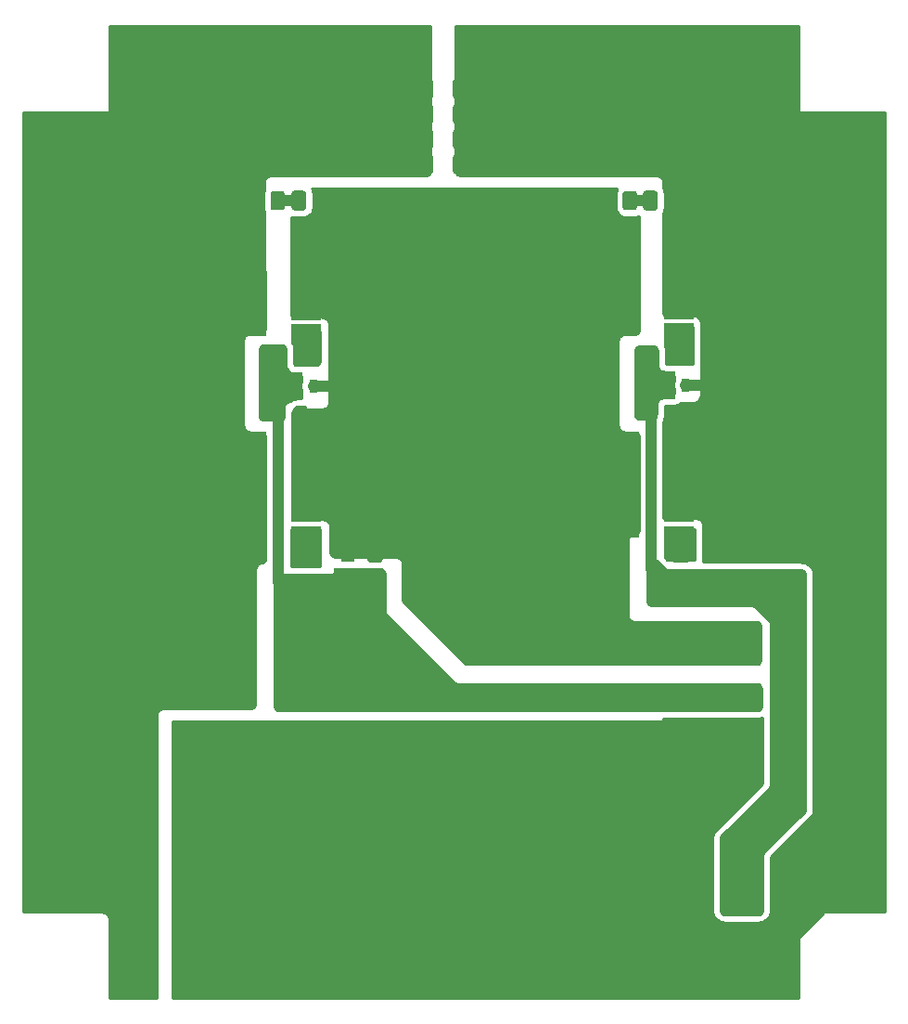
<source format=gtl>
G04 #@! TF.GenerationSoftware,KiCad,Pcbnew,(5.1.6)-1*
G04 #@! TF.CreationDate,2021-04-15T23:42:56+02:00*
G04 #@! TF.ProjectId,ThreePhaseInverter,54687265-6550-4686-9173-65496e766572,rev?*
G04 #@! TF.SameCoordinates,Original*
G04 #@! TF.FileFunction,Copper,L1,Top*
G04 #@! TF.FilePolarity,Positive*
%FSLAX46Y46*%
G04 Gerber Fmt 4.6, Leading zero omitted, Abs format (unit mm)*
G04 Created by KiCad (PCBNEW (5.1.6)-1) date 2021-04-15 23:42:56*
%MOMM*%
%LPD*%
G01*
G04 APERTURE LIST*
G04 #@! TA.AperFunction,SMDPad,CuDef*
%ADD10C,0.150000*%
G04 #@! TD*
G04 #@! TA.AperFunction,SMDPad,CuDef*
%ADD11R,2.800000X0.900000*%
G04 #@! TD*
G04 #@! TA.AperFunction,SMDPad,CuDef*
%ADD12R,1.270000X2.290000*%
G04 #@! TD*
G04 #@! TA.AperFunction,SMDPad,CuDef*
%ADD13R,1.270000X0.762000*%
G04 #@! TD*
G04 #@! TA.AperFunction,SMDPad,CuDef*
%ADD14R,2.540000X2.670000*%
G04 #@! TD*
G04 #@! TA.AperFunction,SMDPad,CuDef*
%ADD15R,0.762000X1.270000*%
G04 #@! TD*
G04 #@! TA.AperFunction,SMDPad,CuDef*
%ADD16R,2.670000X2.540000*%
G04 #@! TD*
G04 #@! TA.AperFunction,ConnectorPad*
%ADD17C,10.000000*%
G04 #@! TD*
G04 #@! TA.AperFunction,Conductor*
%ADD18C,1.000000*%
G04 #@! TD*
G04 #@! TA.AperFunction,Conductor*
%ADD19C,0.500000*%
G04 #@! TD*
G04 #@! TA.AperFunction,Conductor*
%ADD20C,0.254000*%
G04 #@! TD*
G04 APERTURE END LIST*
G04 #@! TA.AperFunction,SMDPad,CuDef*
D10*
G36*
X64875000Y-79050000D02*
G01*
X66425000Y-79050000D01*
X66425000Y-79750000D01*
X69175000Y-79750000D01*
X69175000Y-79250000D01*
X72875000Y-79250000D01*
X72875000Y-88950000D01*
X69175000Y-88950000D01*
X69175000Y-88450000D01*
X66425000Y-88450000D01*
X66425000Y-89150000D01*
X64875000Y-89150000D01*
X64875000Y-79050000D01*
G37*
G04 #@! TD.AperFunction*
D11*
X76500000Y-79900000D03*
X76500000Y-81100000D03*
X76500000Y-82300000D03*
X76500000Y-83500000D03*
X76500000Y-84700000D03*
X76500000Y-85900000D03*
X76500000Y-87100000D03*
X76500000Y-88300000D03*
G04 #@! TA.AperFunction,SMDPad,CuDef*
D10*
G36*
X64875000Y-97450000D02*
G01*
X66425000Y-97450000D01*
X66425000Y-98150000D01*
X69175000Y-98150000D01*
X69175000Y-97650000D01*
X72875000Y-97650000D01*
X72875000Y-107350000D01*
X69175000Y-107350000D01*
X69175000Y-106850000D01*
X66425000Y-106850000D01*
X66425000Y-107550000D01*
X64875000Y-107550000D01*
X64875000Y-97450000D01*
G37*
G04 #@! TD.AperFunction*
D11*
X76500000Y-98300000D03*
X76500000Y-99500000D03*
X76500000Y-100700000D03*
X76500000Y-101900000D03*
X76500000Y-103100000D03*
X76500000Y-104300000D03*
X76500000Y-105500000D03*
X76500000Y-106700000D03*
G04 #@! TA.AperFunction,SMDPad,CuDef*
D10*
G36*
X98875000Y-78950000D02*
G01*
X100425000Y-78950000D01*
X100425000Y-79650000D01*
X103175000Y-79650000D01*
X103175000Y-79150000D01*
X106875000Y-79150000D01*
X106875000Y-88850000D01*
X103175000Y-88850000D01*
X103175000Y-88350000D01*
X100425000Y-88350000D01*
X100425000Y-89050000D01*
X98875000Y-89050000D01*
X98875000Y-78950000D01*
G37*
G04 #@! TD.AperFunction*
D11*
X110500000Y-79800000D03*
X110500000Y-81000000D03*
X110500000Y-82200000D03*
X110500000Y-83400000D03*
X110500000Y-84600000D03*
X110500000Y-85800000D03*
X110500000Y-87000000D03*
X110500000Y-88200000D03*
G04 #@! TA.AperFunction,SMDPad,CuDef*
D10*
G36*
X98875000Y-97450000D02*
G01*
X100425000Y-97450000D01*
X100425000Y-98150000D01*
X103175000Y-98150000D01*
X103175000Y-97650000D01*
X106875000Y-97650000D01*
X106875000Y-107350000D01*
X103175000Y-107350000D01*
X103175000Y-106850000D01*
X100425000Y-106850000D01*
X100425000Y-107550000D01*
X98875000Y-107550000D01*
X98875000Y-97450000D01*
G37*
G04 #@! TD.AperFunction*
D11*
X110500000Y-98300000D03*
X110500000Y-99500000D03*
X110500000Y-100700000D03*
X110500000Y-101900000D03*
X110500000Y-103100000D03*
X110500000Y-104300000D03*
X110500000Y-105500000D03*
X110500000Y-106700000D03*
D12*
X117590000Y-145495000D03*
X115050000Y-145495000D03*
X117590000Y-140445000D03*
X115050000Y-140445000D03*
X114690000Y-116855000D03*
X117230000Y-116855000D03*
X114690000Y-121905000D03*
X117230000Y-121905000D03*
X64890000Y-135445000D03*
X62350000Y-135445000D03*
X64890000Y-130395000D03*
X62350000Y-130395000D03*
D13*
X113900000Y-109249000D03*
D14*
X113900000Y-111600000D03*
D15*
X111151000Y-93400000D03*
D16*
X108800000Y-93400000D03*
D13*
X80300000Y-109149000D03*
D14*
X80300000Y-111500000D03*
D15*
X77151000Y-93500000D03*
D16*
X74800000Y-93500000D03*
D17*
X57400000Y-96000000D03*
X57500000Y-75000000D03*
X88000000Y-87400000D03*
X88000000Y-99500000D03*
X120000000Y-75000000D03*
X120000000Y-96000000D03*
G04 #@! TA.AperFunction,SMDPad,CuDef*
G36*
G01*
X111325000Y-109600000D02*
X110075000Y-109600000D01*
G75*
G02*
X109825000Y-109350000I0J250000D01*
G01*
X109825000Y-108550000D01*
G75*
G02*
X110075000Y-108300000I250000J0D01*
G01*
X111325000Y-108300000D01*
G75*
G02*
X111575000Y-108550000I0J-250000D01*
G01*
X111575000Y-109350000D01*
G75*
G02*
X111325000Y-109600000I-250000J0D01*
G01*
G37*
G04 #@! TD.AperFunction*
G04 #@! TA.AperFunction,SMDPad,CuDef*
G36*
G01*
X111325000Y-112700000D02*
X110075000Y-112700000D01*
G75*
G02*
X109825000Y-112450000I0J250000D01*
G01*
X109825000Y-111650000D01*
G75*
G02*
X110075000Y-111400000I250000J0D01*
G01*
X111325000Y-111400000D01*
G75*
G02*
X111575000Y-111650000I0J-250000D01*
G01*
X111575000Y-112450000D01*
G75*
G02*
X111325000Y-112700000I-250000J0D01*
G01*
G37*
G04 #@! TD.AperFunction*
G04 #@! TA.AperFunction,SMDPad,CuDef*
G36*
G01*
X110450000Y-91325000D02*
X110450000Y-90075000D01*
G75*
G02*
X110700000Y-89825000I250000J0D01*
G01*
X111500000Y-89825000D01*
G75*
G02*
X111750000Y-90075000I0J-250000D01*
G01*
X111750000Y-91325000D01*
G75*
G02*
X111500000Y-91575000I-250000J0D01*
G01*
X110700000Y-91575000D01*
G75*
G02*
X110450000Y-91325000I0J250000D01*
G01*
G37*
G04 #@! TD.AperFunction*
G04 #@! TA.AperFunction,SMDPad,CuDef*
G36*
G01*
X107350000Y-91325000D02*
X107350000Y-90075000D01*
G75*
G02*
X107600000Y-89825000I250000J0D01*
G01*
X108400000Y-89825000D01*
G75*
G02*
X108650000Y-90075000I0J-250000D01*
G01*
X108650000Y-91325000D01*
G75*
G02*
X108400000Y-91575000I-250000J0D01*
G01*
X107600000Y-91575000D01*
G75*
G02*
X107350000Y-91325000I0J250000D01*
G01*
G37*
G04 #@! TD.AperFunction*
G04 #@! TA.AperFunction,SMDPad,CuDef*
G36*
G01*
X77125000Y-109700000D02*
X75875000Y-109700000D01*
G75*
G02*
X75625000Y-109450000I0J250000D01*
G01*
X75625000Y-108650000D01*
G75*
G02*
X75875000Y-108400000I250000J0D01*
G01*
X77125000Y-108400000D01*
G75*
G02*
X77375000Y-108650000I0J-250000D01*
G01*
X77375000Y-109450000D01*
G75*
G02*
X77125000Y-109700000I-250000J0D01*
G01*
G37*
G04 #@! TD.AperFunction*
G04 #@! TA.AperFunction,SMDPad,CuDef*
G36*
G01*
X77125000Y-112800000D02*
X75875000Y-112800000D01*
G75*
G02*
X75625000Y-112550000I0J250000D01*
G01*
X75625000Y-111750000D01*
G75*
G02*
X75875000Y-111500000I250000J0D01*
G01*
X77125000Y-111500000D01*
G75*
G02*
X77375000Y-111750000I0J-250000D01*
G01*
X77375000Y-112550000D01*
G75*
G02*
X77125000Y-112800000I-250000J0D01*
G01*
G37*
G04 #@! TD.AperFunction*
G04 #@! TA.AperFunction,SMDPad,CuDef*
G36*
G01*
X76400000Y-91425000D02*
X76400000Y-90175000D01*
G75*
G02*
X76650000Y-89925000I250000J0D01*
G01*
X77450000Y-89925000D01*
G75*
G02*
X77700000Y-90175000I0J-250000D01*
G01*
X77700000Y-91425000D01*
G75*
G02*
X77450000Y-91675000I-250000J0D01*
G01*
X76650000Y-91675000D01*
G75*
G02*
X76400000Y-91425000I0J250000D01*
G01*
G37*
G04 #@! TD.AperFunction*
G04 #@! TA.AperFunction,SMDPad,CuDef*
G36*
G01*
X73300000Y-91425000D02*
X73300000Y-90175000D01*
G75*
G02*
X73550000Y-89925000I250000J0D01*
G01*
X74350000Y-89925000D01*
G75*
G02*
X74600000Y-90175000I0J-250000D01*
G01*
X74600000Y-91425000D01*
G75*
G02*
X74350000Y-91675000I-250000J0D01*
G01*
X73550000Y-91675000D01*
G75*
G02*
X73300000Y-91425000I0J250000D01*
G01*
G37*
G04 #@! TD.AperFunction*
G04 #@! TA.AperFunction,SMDPad,CuDef*
G36*
G01*
X116950001Y-109600000D02*
X116049999Y-109600000D01*
G75*
G02*
X115800000Y-109350001I0J249999D01*
G01*
X115800000Y-108649999D01*
G75*
G02*
X116049999Y-108400000I249999J0D01*
G01*
X116950001Y-108400000D01*
G75*
G02*
X117200000Y-108649999I0J-249999D01*
G01*
X117200000Y-109350001D01*
G75*
G02*
X116950001Y-109600000I-249999J0D01*
G01*
G37*
G04 #@! TD.AperFunction*
G04 #@! TA.AperFunction,SMDPad,CuDef*
G36*
G01*
X116950001Y-111600000D02*
X116049999Y-111600000D01*
G75*
G02*
X115800000Y-111350001I0J249999D01*
G01*
X115800000Y-110649999D01*
G75*
G02*
X116049999Y-110400000I249999J0D01*
G01*
X116950001Y-110400000D01*
G75*
G02*
X117200000Y-110649999I0J-249999D01*
G01*
X117200000Y-111350001D01*
G75*
G02*
X116950001Y-111600000I-249999J0D01*
G01*
G37*
G04 #@! TD.AperFunction*
G04 #@! TA.AperFunction,SMDPad,CuDef*
G36*
G01*
X109400000Y-96350001D02*
X109400000Y-95449999D01*
G75*
G02*
X109649999Y-95200000I249999J0D01*
G01*
X110350001Y-95200000D01*
G75*
G02*
X110600000Y-95449999I0J-249999D01*
G01*
X110600000Y-96350001D01*
G75*
G02*
X110350001Y-96600000I-249999J0D01*
G01*
X109649999Y-96600000D01*
G75*
G02*
X109400000Y-96350001I0J249999D01*
G01*
G37*
G04 #@! TD.AperFunction*
G04 #@! TA.AperFunction,SMDPad,CuDef*
G36*
G01*
X107400000Y-96350001D02*
X107400000Y-95449999D01*
G75*
G02*
X107649999Y-95200000I249999J0D01*
G01*
X108350001Y-95200000D01*
G75*
G02*
X108600000Y-95449999I0J-249999D01*
G01*
X108600000Y-96350001D01*
G75*
G02*
X108350001Y-96600000I-249999J0D01*
G01*
X107649999Y-96600000D01*
G75*
G02*
X107400000Y-96350001I0J249999D01*
G01*
G37*
G04 #@! TD.AperFunction*
G04 #@! TA.AperFunction,SMDPad,CuDef*
G36*
G01*
X83250001Y-109600000D02*
X82349999Y-109600000D01*
G75*
G02*
X82100000Y-109350001I0J249999D01*
G01*
X82100000Y-108649999D01*
G75*
G02*
X82349999Y-108400000I249999J0D01*
G01*
X83250001Y-108400000D01*
G75*
G02*
X83500000Y-108649999I0J-249999D01*
G01*
X83500000Y-109350001D01*
G75*
G02*
X83250001Y-109600000I-249999J0D01*
G01*
G37*
G04 #@! TD.AperFunction*
G04 #@! TA.AperFunction,SMDPad,CuDef*
G36*
G01*
X83250001Y-111600000D02*
X82349999Y-111600000D01*
G75*
G02*
X82100000Y-111350001I0J249999D01*
G01*
X82100000Y-110649999D01*
G75*
G02*
X82349999Y-110400000I249999J0D01*
G01*
X83250001Y-110400000D01*
G75*
G02*
X83500000Y-110649999I0J-249999D01*
G01*
X83500000Y-111350001D01*
G75*
G02*
X83250001Y-111600000I-249999J0D01*
G01*
G37*
G04 #@! TD.AperFunction*
G04 #@! TA.AperFunction,SMDPad,CuDef*
G36*
G01*
X75400000Y-96450001D02*
X75400000Y-95549999D01*
G75*
G02*
X75649999Y-95300000I249999J0D01*
G01*
X76350001Y-95300000D01*
G75*
G02*
X76600000Y-95549999I0J-249999D01*
G01*
X76600000Y-96450001D01*
G75*
G02*
X76350001Y-96700000I-249999J0D01*
G01*
X75649999Y-96700000D01*
G75*
G02*
X75400000Y-96450001I0J249999D01*
G01*
G37*
G04 #@! TD.AperFunction*
G04 #@! TA.AperFunction,SMDPad,CuDef*
G36*
G01*
X73400000Y-96450001D02*
X73400000Y-95549999D01*
G75*
G02*
X73649999Y-95300000I249999J0D01*
G01*
X74350001Y-95300000D01*
G75*
G02*
X74600000Y-95549999I0J-249999D01*
G01*
X74600000Y-96450001D01*
G75*
G02*
X74350001Y-96700000I-249999J0D01*
G01*
X73649999Y-96700000D01*
G75*
G02*
X73400000Y-96450001I0J249999D01*
G01*
G37*
G04 #@! TD.AperFunction*
G04 #@! TA.AperFunction,SMDPad,CuDef*
G36*
G01*
X70150000Y-77225000D02*
X70150000Y-75975000D01*
G75*
G02*
X70400000Y-75725000I250000J0D01*
G01*
X71200000Y-75725000D01*
G75*
G02*
X71450000Y-75975000I0J-250000D01*
G01*
X71450000Y-77225000D01*
G75*
G02*
X71200000Y-77475000I-250000J0D01*
G01*
X70400000Y-77475000D01*
G75*
G02*
X70150000Y-77225000I0J250000D01*
G01*
G37*
G04 #@! TD.AperFunction*
G04 #@! TA.AperFunction,SMDPad,CuDef*
G36*
G01*
X73250000Y-77225000D02*
X73250000Y-75975000D01*
G75*
G02*
X73500000Y-75725000I250000J0D01*
G01*
X74300000Y-75725000D01*
G75*
G02*
X74550000Y-75975000I0J-250000D01*
G01*
X74550000Y-77225000D01*
G75*
G02*
X74300000Y-77475000I-250000J0D01*
G01*
X73500000Y-77475000D01*
G75*
G02*
X73250000Y-77225000I0J250000D01*
G01*
G37*
G04 #@! TD.AperFunction*
G04 #@! TA.AperFunction,SMDPad,CuDef*
G36*
G01*
X75175000Y-77250001D02*
X75175000Y-75949999D01*
G75*
G02*
X75424999Y-75700000I249999J0D01*
G01*
X76250001Y-75700000D01*
G75*
G02*
X76500000Y-75949999I0J-249999D01*
G01*
X76500000Y-77250001D01*
G75*
G02*
X76250001Y-77500000I-249999J0D01*
G01*
X75424999Y-77500000D01*
G75*
G02*
X75175000Y-77250001I0J249999D01*
G01*
G37*
G04 #@! TD.AperFunction*
G04 #@! TA.AperFunction,SMDPad,CuDef*
G36*
G01*
X78300000Y-77250001D02*
X78300000Y-75949999D01*
G75*
G02*
X78549999Y-75700000I249999J0D01*
G01*
X79375001Y-75700000D01*
G75*
G02*
X79625000Y-75949999I0J-249999D01*
G01*
X79625000Y-77250001D01*
G75*
G02*
X79375001Y-77500000I-249999J0D01*
G01*
X78549999Y-77500000D01*
G75*
G02*
X78300000Y-77250001I0J249999D01*
G01*
G37*
G04 #@! TD.AperFunction*
G04 #@! TA.AperFunction,SMDPad,CuDef*
G36*
G01*
X110400000Y-77250001D02*
X110400000Y-75949999D01*
G75*
G02*
X110649999Y-75700000I249999J0D01*
G01*
X111475001Y-75700000D01*
G75*
G02*
X111725000Y-75949999I0J-249999D01*
G01*
X111725000Y-77250001D01*
G75*
G02*
X111475001Y-77500000I-249999J0D01*
G01*
X110649999Y-77500000D01*
G75*
G02*
X110400000Y-77250001I0J249999D01*
G01*
G37*
G04 #@! TD.AperFunction*
G04 #@! TA.AperFunction,SMDPad,CuDef*
G36*
G01*
X107275000Y-77250001D02*
X107275000Y-75949999D01*
G75*
G02*
X107524999Y-75700000I249999J0D01*
G01*
X108350001Y-75700000D01*
G75*
G02*
X108600000Y-75949999I0J-249999D01*
G01*
X108600000Y-77250001D01*
G75*
G02*
X108350001Y-77500000I-249999J0D01*
G01*
X107524999Y-77500000D01*
G75*
G02*
X107275000Y-77250001I0J249999D01*
G01*
G37*
G04 #@! TD.AperFunction*
G04 #@! TA.AperFunction,SMDPad,CuDef*
G36*
G01*
X89900000Y-67050001D02*
X89900000Y-65749999D01*
G75*
G02*
X90149999Y-65500000I249999J0D01*
G01*
X90975001Y-65500000D01*
G75*
G02*
X91225000Y-65749999I0J-249999D01*
G01*
X91225000Y-67050001D01*
G75*
G02*
X90975001Y-67300000I-249999J0D01*
G01*
X90149999Y-67300000D01*
G75*
G02*
X89900000Y-67050001I0J249999D01*
G01*
G37*
G04 #@! TD.AperFunction*
G04 #@! TA.AperFunction,SMDPad,CuDef*
G36*
G01*
X86775000Y-67050001D02*
X86775000Y-65749999D01*
G75*
G02*
X87024999Y-65500000I249999J0D01*
G01*
X87850001Y-65500000D01*
G75*
G02*
X88100000Y-65749999I0J-249999D01*
G01*
X88100000Y-67050001D01*
G75*
G02*
X87850001Y-67300000I-249999J0D01*
G01*
X87024999Y-67300000D01*
G75*
G02*
X86775000Y-67050001I0J249999D01*
G01*
G37*
G04 #@! TD.AperFunction*
G04 #@! TA.AperFunction,SMDPad,CuDef*
G36*
G01*
X86775000Y-69350001D02*
X86775000Y-68049999D01*
G75*
G02*
X87024999Y-67800000I249999J0D01*
G01*
X87850001Y-67800000D01*
G75*
G02*
X88100000Y-68049999I0J-249999D01*
G01*
X88100000Y-69350001D01*
G75*
G02*
X87850001Y-69600000I-249999J0D01*
G01*
X87024999Y-69600000D01*
G75*
G02*
X86775000Y-69350001I0J249999D01*
G01*
G37*
G04 #@! TD.AperFunction*
G04 #@! TA.AperFunction,SMDPad,CuDef*
G36*
G01*
X89900000Y-69350001D02*
X89900000Y-68049999D01*
G75*
G02*
X90149999Y-67800000I249999J0D01*
G01*
X90975001Y-67800000D01*
G75*
G02*
X91225000Y-68049999I0J-249999D01*
G01*
X91225000Y-69350001D01*
G75*
G02*
X90975001Y-69600000I-249999J0D01*
G01*
X90149999Y-69600000D01*
G75*
G02*
X89900000Y-69350001I0J249999D01*
G01*
G37*
G04 #@! TD.AperFunction*
G04 #@! TA.AperFunction,SMDPad,CuDef*
G36*
G01*
X89900000Y-71650001D02*
X89900000Y-70349999D01*
G75*
G02*
X90149999Y-70100000I249999J0D01*
G01*
X90975001Y-70100000D01*
G75*
G02*
X91225000Y-70349999I0J-249999D01*
G01*
X91225000Y-71650001D01*
G75*
G02*
X90975001Y-71900000I-249999J0D01*
G01*
X90149999Y-71900000D01*
G75*
G02*
X89900000Y-71650001I0J249999D01*
G01*
G37*
G04 #@! TD.AperFunction*
G04 #@! TA.AperFunction,SMDPad,CuDef*
G36*
G01*
X86775000Y-71650001D02*
X86775000Y-70349999D01*
G75*
G02*
X87024999Y-70100000I249999J0D01*
G01*
X87850001Y-70100000D01*
G75*
G02*
X88100000Y-70349999I0J-249999D01*
G01*
X88100000Y-71650001D01*
G75*
G02*
X87850001Y-71900000I-249999J0D01*
G01*
X87024999Y-71900000D01*
G75*
G02*
X86775000Y-71650001I0J249999D01*
G01*
G37*
G04 #@! TD.AperFunction*
G04 #@! TA.AperFunction,SMDPad,CuDef*
G36*
G01*
X86775000Y-73950001D02*
X86775000Y-72649999D01*
G75*
G02*
X87024999Y-72400000I249999J0D01*
G01*
X87850001Y-72400000D01*
G75*
G02*
X88100000Y-72649999I0J-249999D01*
G01*
X88100000Y-73950001D01*
G75*
G02*
X87850001Y-74200000I-249999J0D01*
G01*
X87024999Y-74200000D01*
G75*
G02*
X86775000Y-73950001I0J249999D01*
G01*
G37*
G04 #@! TD.AperFunction*
G04 #@! TA.AperFunction,SMDPad,CuDef*
G36*
G01*
X89900000Y-73950001D02*
X89900000Y-72649999D01*
G75*
G02*
X90149999Y-72400000I249999J0D01*
G01*
X90975001Y-72400000D01*
G75*
G02*
X91225000Y-72649999I0J-249999D01*
G01*
X91225000Y-73950001D01*
G75*
G02*
X90975001Y-74200000I-249999J0D01*
G01*
X90149999Y-74200000D01*
G75*
G02*
X89900000Y-73950001I0J249999D01*
G01*
G37*
G04 #@! TD.AperFunction*
G04 #@! TA.AperFunction,SMDPad,CuDef*
G36*
G01*
X105400000Y-77225000D02*
X105400000Y-75975000D01*
G75*
G02*
X105650000Y-75725000I250000J0D01*
G01*
X106450000Y-75725000D01*
G75*
G02*
X106700000Y-75975000I0J-250000D01*
G01*
X106700000Y-77225000D01*
G75*
G02*
X106450000Y-77475000I-250000J0D01*
G01*
X105650000Y-77475000D01*
G75*
G02*
X105400000Y-77225000I0J250000D01*
G01*
G37*
G04 #@! TD.AperFunction*
G04 #@! TA.AperFunction,SMDPad,CuDef*
G36*
G01*
X102300000Y-77225000D02*
X102300000Y-75975000D01*
G75*
G02*
X102550000Y-75725000I250000J0D01*
G01*
X103350000Y-75725000D01*
G75*
G02*
X103600000Y-75975000I0J-250000D01*
G01*
X103600000Y-77225000D01*
G75*
G02*
X103350000Y-77475000I-250000J0D01*
G01*
X102550000Y-77475000D01*
G75*
G02*
X102300000Y-77225000I0J250000D01*
G01*
G37*
G04 #@! TD.AperFunction*
D18*
X73900000Y-76600000D02*
X75837500Y-76600000D01*
X77151000Y-93500000D02*
X79100000Y-93500000D01*
X82800000Y-109000000D02*
X82800000Y-108600000D01*
D19*
X80300000Y-109149000D02*
X80300000Y-108200000D01*
D18*
X111151000Y-93400000D02*
X112800000Y-93400000D01*
X116500000Y-109000000D02*
X116500000Y-108000000D01*
X106050000Y-76600000D02*
X107937500Y-76600000D01*
X117230000Y-121905000D02*
X114690000Y-121905000D01*
X90005000Y-121905000D02*
X81400000Y-113300000D01*
X114690000Y-121905000D02*
X90005000Y-121905000D01*
X81400000Y-113300000D02*
X77200000Y-113300000D01*
X75900000Y-113300000D02*
X77200000Y-113300000D01*
X73950000Y-90800000D02*
X73950000Y-111350000D01*
X73950000Y-111350000D02*
X75900000Y-113300000D01*
X110400000Y-112600000D02*
X108000000Y-110200000D01*
X117590000Y-134110000D02*
X119500000Y-132200000D01*
X108000000Y-94900000D02*
X108000000Y-90700000D01*
X117590000Y-140445000D02*
X117590000Y-134110000D01*
X119500000Y-132200000D02*
X119500000Y-114800000D01*
X117300000Y-112600000D02*
X110400000Y-112600000D01*
X108000000Y-110200000D02*
X108000000Y-94900000D01*
X119500000Y-114800000D02*
X117300000Y-112600000D01*
X115050000Y-140445000D02*
X117590000Y-140445000D01*
D20*
G36*
X87873000Y-73883679D02*
G01*
X87858960Y-73990325D01*
X87821007Y-74081951D01*
X87760632Y-74160632D01*
X87681951Y-74221007D01*
X87590325Y-74258960D01*
X87483679Y-74273000D01*
X73311540Y-74273000D01*
X73294890Y-74274096D01*
X73162842Y-74291558D01*
X73130688Y-74300214D01*
X73007718Y-74351400D01*
X72978918Y-74368117D01*
X72873481Y-74449508D01*
X72850017Y-74473135D01*
X72769360Y-74579135D01*
X72752844Y-74608050D01*
X72702513Y-74731373D01*
X72694081Y-74763587D01*
X72677536Y-74895753D01*
X72676555Y-74912410D01*
X72681548Y-75631371D01*
X72679528Y-75635150D01*
X72628992Y-75801746D01*
X72611928Y-75975000D01*
X72611928Y-77225000D01*
X72628992Y-77398254D01*
X72679528Y-77564850D01*
X72695178Y-77594129D01*
X72769393Y-88280997D01*
X72755973Y-88388198D01*
X72718334Y-88480422D01*
X72658016Y-88559693D01*
X72579169Y-88620558D01*
X72487210Y-88658835D01*
X72380098Y-88673000D01*
X71408000Y-88673000D01*
X71391423Y-88674087D01*
X71259943Y-88691397D01*
X71227920Y-88699977D01*
X71105400Y-88750726D01*
X71076687Y-88767303D01*
X70971477Y-88848034D01*
X70948034Y-88871477D01*
X70867303Y-88976687D01*
X70850726Y-89005400D01*
X70799977Y-89127920D01*
X70791397Y-89159943D01*
X70774087Y-89291423D01*
X70773000Y-89308000D01*
X70773000Y-97092000D01*
X70774087Y-97108577D01*
X70791397Y-97240057D01*
X70799977Y-97272080D01*
X70850726Y-97394600D01*
X70867303Y-97423313D01*
X70948034Y-97528523D01*
X70971477Y-97551966D01*
X71076687Y-97632697D01*
X71105400Y-97649274D01*
X71227920Y-97700023D01*
X71259943Y-97708603D01*
X71391423Y-97725913D01*
X71408000Y-97727000D01*
X72383679Y-97727000D01*
X72490325Y-97741040D01*
X72581951Y-97778993D01*
X72660632Y-97839368D01*
X72721007Y-97918049D01*
X72758960Y-98009675D01*
X72773000Y-98116321D01*
X72773000Y-109290007D01*
X72755686Y-109399324D01*
X72710033Y-109488922D01*
X72638922Y-109560033D01*
X72549324Y-109605686D01*
X72291074Y-109646589D01*
X72266985Y-109652875D01*
X72253286Y-109658867D01*
X72127841Y-109722784D01*
X72106872Y-109736207D01*
X72095694Y-109746139D01*
X71996139Y-109845694D01*
X71980345Y-109864940D01*
X71972784Y-109877841D01*
X71908867Y-110003286D01*
X71899793Y-110026469D01*
X71896589Y-110041074D01*
X71874564Y-110180132D01*
X71873000Y-110200000D01*
X71873000Y-122483679D01*
X71858960Y-122590325D01*
X71821007Y-122681951D01*
X71760632Y-122760632D01*
X71681951Y-122821007D01*
X71590325Y-122858960D01*
X71483679Y-122873000D01*
X63508000Y-122873000D01*
X63491423Y-122874087D01*
X63359943Y-122891397D01*
X63327920Y-122899977D01*
X63205400Y-122950726D01*
X63176687Y-122967303D01*
X63071477Y-123048034D01*
X63048034Y-123071477D01*
X62967303Y-123176687D01*
X62950726Y-123205400D01*
X62899977Y-123327920D01*
X62891397Y-123359943D01*
X62874087Y-123491423D01*
X62873000Y-123508000D01*
X62873000Y-149340000D01*
X58527000Y-149340000D01*
X58527000Y-142108000D01*
X58525913Y-142091423D01*
X58508603Y-141959943D01*
X58500023Y-141927920D01*
X58449274Y-141805400D01*
X58432697Y-141776687D01*
X58351966Y-141671477D01*
X58328523Y-141648034D01*
X58223313Y-141567303D01*
X58194600Y-141550726D01*
X58072080Y-141499977D01*
X58040057Y-141491397D01*
X57908577Y-141474087D01*
X57892000Y-141473000D01*
X50660000Y-141473000D01*
X50660000Y-68527000D01*
X58400000Y-68527000D01*
X58424776Y-68524560D01*
X58448601Y-68517333D01*
X58470557Y-68505597D01*
X58489803Y-68489803D01*
X58505597Y-68470557D01*
X58517333Y-68448601D01*
X58524560Y-68424776D01*
X58527000Y-68400000D01*
X58527000Y-60660000D01*
X87873000Y-60660000D01*
X87873000Y-73883679D01*
G37*
X87873000Y-73883679D02*
X87858960Y-73990325D01*
X87821007Y-74081951D01*
X87760632Y-74160632D01*
X87681951Y-74221007D01*
X87590325Y-74258960D01*
X87483679Y-74273000D01*
X73311540Y-74273000D01*
X73294890Y-74274096D01*
X73162842Y-74291558D01*
X73130688Y-74300214D01*
X73007718Y-74351400D01*
X72978918Y-74368117D01*
X72873481Y-74449508D01*
X72850017Y-74473135D01*
X72769360Y-74579135D01*
X72752844Y-74608050D01*
X72702513Y-74731373D01*
X72694081Y-74763587D01*
X72677536Y-74895753D01*
X72676555Y-74912410D01*
X72681548Y-75631371D01*
X72679528Y-75635150D01*
X72628992Y-75801746D01*
X72611928Y-75975000D01*
X72611928Y-77225000D01*
X72628992Y-77398254D01*
X72679528Y-77564850D01*
X72695178Y-77594129D01*
X72769393Y-88280997D01*
X72755973Y-88388198D01*
X72718334Y-88480422D01*
X72658016Y-88559693D01*
X72579169Y-88620558D01*
X72487210Y-88658835D01*
X72380098Y-88673000D01*
X71408000Y-88673000D01*
X71391423Y-88674087D01*
X71259943Y-88691397D01*
X71227920Y-88699977D01*
X71105400Y-88750726D01*
X71076687Y-88767303D01*
X70971477Y-88848034D01*
X70948034Y-88871477D01*
X70867303Y-88976687D01*
X70850726Y-89005400D01*
X70799977Y-89127920D01*
X70791397Y-89159943D01*
X70774087Y-89291423D01*
X70773000Y-89308000D01*
X70773000Y-97092000D01*
X70774087Y-97108577D01*
X70791397Y-97240057D01*
X70799977Y-97272080D01*
X70850726Y-97394600D01*
X70867303Y-97423313D01*
X70948034Y-97528523D01*
X70971477Y-97551966D01*
X71076687Y-97632697D01*
X71105400Y-97649274D01*
X71227920Y-97700023D01*
X71259943Y-97708603D01*
X71391423Y-97725913D01*
X71408000Y-97727000D01*
X72383679Y-97727000D01*
X72490325Y-97741040D01*
X72581951Y-97778993D01*
X72660632Y-97839368D01*
X72721007Y-97918049D01*
X72758960Y-98009675D01*
X72773000Y-98116321D01*
X72773000Y-109290007D01*
X72755686Y-109399324D01*
X72710033Y-109488922D01*
X72638922Y-109560033D01*
X72549324Y-109605686D01*
X72291074Y-109646589D01*
X72266985Y-109652875D01*
X72253286Y-109658867D01*
X72127841Y-109722784D01*
X72106872Y-109736207D01*
X72095694Y-109746139D01*
X71996139Y-109845694D01*
X71980345Y-109864940D01*
X71972784Y-109877841D01*
X71908867Y-110003286D01*
X71899793Y-110026469D01*
X71896589Y-110041074D01*
X71874564Y-110180132D01*
X71873000Y-110200000D01*
X71873000Y-122483679D01*
X71858960Y-122590325D01*
X71821007Y-122681951D01*
X71760632Y-122760632D01*
X71681951Y-122821007D01*
X71590325Y-122858960D01*
X71483679Y-122873000D01*
X63508000Y-122873000D01*
X63491423Y-122874087D01*
X63359943Y-122891397D01*
X63327920Y-122899977D01*
X63205400Y-122950726D01*
X63176687Y-122967303D01*
X63071477Y-123048034D01*
X63048034Y-123071477D01*
X62967303Y-123176687D01*
X62950726Y-123205400D01*
X62899977Y-123327920D01*
X62891397Y-123359943D01*
X62874087Y-123491423D01*
X62873000Y-123508000D01*
X62873000Y-149340000D01*
X58527000Y-149340000D01*
X58527000Y-142108000D01*
X58525913Y-142091423D01*
X58508603Y-141959943D01*
X58500023Y-141927920D01*
X58449274Y-141805400D01*
X58432697Y-141776687D01*
X58351966Y-141671477D01*
X58328523Y-141648034D01*
X58223313Y-141567303D01*
X58194600Y-141550726D01*
X58072080Y-141499977D01*
X58040057Y-141491397D01*
X57908577Y-141474087D01*
X57892000Y-141473000D01*
X50660000Y-141473000D01*
X50660000Y-68527000D01*
X58400000Y-68527000D01*
X58424776Y-68524560D01*
X58448601Y-68517333D01*
X58470557Y-68505597D01*
X58489803Y-68489803D01*
X58505597Y-68470557D01*
X58517333Y-68448601D01*
X58524560Y-68424776D01*
X58527000Y-68400000D01*
X58527000Y-60660000D01*
X87873000Y-60660000D01*
X87873000Y-73883679D01*
G36*
X111973000Y-109373000D02*
G01*
X109471026Y-109373000D01*
X109227000Y-109128974D01*
X109227000Y-106588072D01*
X111900000Y-106588072D01*
X111973000Y-106580882D01*
X111973000Y-109373000D01*
G37*
X111973000Y-109373000D02*
X109471026Y-109373000D01*
X109227000Y-109128974D01*
X109227000Y-106588072D01*
X111900000Y-106588072D01*
X111973000Y-106580882D01*
X111973000Y-109373000D01*
G36*
X111773000Y-91473000D02*
G01*
X109794384Y-91473000D01*
X109774886Y-91470433D01*
X109692000Y-91465000D01*
X109335000Y-91465000D01*
X109335000Y-90308000D01*
X109329567Y-90225114D01*
X109312257Y-90093634D01*
X109276917Y-89961745D01*
X109271008Y-89901746D01*
X109227000Y-89756670D01*
X109227000Y-88088072D01*
X111773000Y-88088072D01*
X111773000Y-91473000D01*
G37*
X111773000Y-91473000D02*
X109794384Y-91473000D01*
X109774886Y-91470433D01*
X109692000Y-91465000D01*
X109335000Y-91465000D01*
X109335000Y-90308000D01*
X109329567Y-90225114D01*
X109312257Y-90093634D01*
X109276917Y-89961745D01*
X109271008Y-89901746D01*
X109227000Y-89756670D01*
X109227000Y-88088072D01*
X111773000Y-88088072D01*
X111773000Y-91473000D01*
G36*
X121473000Y-68400000D02*
G01*
X121475440Y-68424776D01*
X121482667Y-68448601D01*
X121494403Y-68470557D01*
X121510197Y-68489803D01*
X121529443Y-68505597D01*
X121551399Y-68517333D01*
X121575224Y-68524560D01*
X121600000Y-68527000D01*
X129340000Y-68527000D01*
X129340001Y-141473000D01*
X123800000Y-141473000D01*
X123775224Y-141475440D01*
X123751399Y-141482667D01*
X123729443Y-141494403D01*
X123710197Y-141510197D01*
X121510197Y-143710197D01*
X121494403Y-143729443D01*
X121482667Y-143751399D01*
X121475440Y-143775224D01*
X121473000Y-143800000D01*
X121473000Y-149340000D01*
X109127000Y-149340000D01*
X109127000Y-123835000D01*
X117692000Y-123835000D01*
X117774886Y-123829567D01*
X117906366Y-123812257D01*
X118066482Y-123769354D01*
X118165000Y-123728547D01*
X118165000Y-129736974D01*
X113899777Y-134002197D01*
X113845012Y-134064645D01*
X113764281Y-134169855D01*
X113681395Y-134313418D01*
X113630646Y-134435938D01*
X113587743Y-134596054D01*
X113570433Y-134727534D01*
X113565000Y-134810420D01*
X113565000Y-141292000D01*
X113570433Y-141374886D01*
X113587743Y-141506366D01*
X113630646Y-141666482D01*
X113681395Y-141789002D01*
X113764281Y-141932565D01*
X113845012Y-142037775D01*
X113962225Y-142154988D01*
X114067435Y-142235719D01*
X114210998Y-142318605D01*
X114333518Y-142369354D01*
X114493634Y-142412257D01*
X114625114Y-142429567D01*
X114708000Y-142435000D01*
X117792000Y-142435000D01*
X117874886Y-142429567D01*
X118006366Y-142412257D01*
X118166482Y-142369354D01*
X118289002Y-142318605D01*
X118432565Y-142235719D01*
X118537775Y-142154988D01*
X118563880Y-142128883D01*
X118579494Y-142120537D01*
X118676185Y-142041185D01*
X118755537Y-141944494D01*
X118814502Y-141834180D01*
X118850812Y-141714482D01*
X118851230Y-141710238D01*
X118869354Y-141666482D01*
X118912257Y-141506366D01*
X118929567Y-141374886D01*
X118935000Y-141292000D01*
X118935000Y-136463026D01*
X122500223Y-132897803D01*
X122554988Y-132835355D01*
X122635719Y-132730145D01*
X122718605Y-132586582D01*
X122769354Y-132464062D01*
X122812257Y-132303946D01*
X122829567Y-132172466D01*
X122835000Y-132089580D01*
X122835000Y-110708000D01*
X122829567Y-110625114D01*
X122812257Y-110493634D01*
X122769354Y-110333518D01*
X122718605Y-110210998D01*
X122635719Y-110067435D01*
X122554988Y-109962225D01*
X122437775Y-109845012D01*
X122332565Y-109764281D01*
X122189002Y-109681395D01*
X122066482Y-109630646D01*
X121906366Y-109587743D01*
X121774886Y-109570433D01*
X121692000Y-109565000D01*
X112728598Y-109565000D01*
X112735000Y-109500000D01*
X112735000Y-106200000D01*
X112722799Y-106076118D01*
X112686664Y-105956996D01*
X112627983Y-105847213D01*
X112549013Y-105750987D01*
X112452787Y-105672017D01*
X112343004Y-105613336D01*
X112223882Y-105577201D01*
X112100000Y-105565000D01*
X109135000Y-105565000D01*
X109135000Y-96756214D01*
X109170472Y-96689851D01*
X109221008Y-96523255D01*
X109238072Y-96350001D01*
X109238072Y-95449999D01*
X109235000Y-95418808D01*
X109235000Y-95335000D01*
X109692000Y-95335000D01*
X109774886Y-95329567D01*
X109906366Y-95312257D01*
X109921985Y-95308072D01*
X110135000Y-95308072D01*
X110259482Y-95295812D01*
X110379180Y-95259502D01*
X110489494Y-95200537D01*
X110586185Y-95121185D01*
X110663480Y-95027000D01*
X111892000Y-95027000D01*
X111908577Y-95025913D01*
X112040057Y-95008603D01*
X112072080Y-95000023D01*
X112194600Y-94949274D01*
X112223313Y-94932697D01*
X112328523Y-94851966D01*
X112351966Y-94828523D01*
X112432697Y-94723313D01*
X112449274Y-94694600D01*
X112500023Y-94572080D01*
X112508603Y-94540057D01*
X112525913Y-94408577D01*
X112527000Y-94392000D01*
X112527000Y-91681227D01*
X112535000Y-91600000D01*
X112535000Y-88681192D01*
X112538072Y-88650000D01*
X112538072Y-87750000D01*
X112535000Y-87718808D01*
X112535000Y-87700000D01*
X112522799Y-87576118D01*
X112486664Y-87456996D01*
X112427983Y-87347213D01*
X112349013Y-87250987D01*
X112252787Y-87172017D01*
X112143004Y-87113336D01*
X112023882Y-87077201D01*
X111900000Y-87065000D01*
X109171972Y-87065000D01*
X109141040Y-86990325D01*
X109127000Y-86883679D01*
X109127000Y-77671181D01*
X109170472Y-77589851D01*
X109221008Y-77423255D01*
X109238072Y-77250001D01*
X109238072Y-75949999D01*
X109221008Y-75776745D01*
X109170472Y-75610149D01*
X109127000Y-75528819D01*
X109127000Y-74908000D01*
X109125913Y-74891423D01*
X109108603Y-74759943D01*
X109100023Y-74727920D01*
X109049274Y-74605400D01*
X109032697Y-74576687D01*
X108951966Y-74471477D01*
X108928523Y-74448034D01*
X108823313Y-74367303D01*
X108794600Y-74350726D01*
X108672080Y-74299977D01*
X108640057Y-74291397D01*
X108508577Y-74274087D01*
X108492000Y-74273000D01*
X90516321Y-74273000D01*
X90409675Y-74258960D01*
X90318049Y-74221007D01*
X90239368Y-74160632D01*
X90178993Y-74081951D01*
X90141040Y-73990325D01*
X90127000Y-73883679D01*
X90127000Y-60660000D01*
X121473000Y-60660000D01*
X121473000Y-68400000D01*
G37*
X121473000Y-68400000D02*
X121475440Y-68424776D01*
X121482667Y-68448601D01*
X121494403Y-68470557D01*
X121510197Y-68489803D01*
X121529443Y-68505597D01*
X121551399Y-68517333D01*
X121575224Y-68524560D01*
X121600000Y-68527000D01*
X129340000Y-68527000D01*
X129340001Y-141473000D01*
X123800000Y-141473000D01*
X123775224Y-141475440D01*
X123751399Y-141482667D01*
X123729443Y-141494403D01*
X123710197Y-141510197D01*
X121510197Y-143710197D01*
X121494403Y-143729443D01*
X121482667Y-143751399D01*
X121475440Y-143775224D01*
X121473000Y-143800000D01*
X121473000Y-149340000D01*
X109127000Y-149340000D01*
X109127000Y-123835000D01*
X117692000Y-123835000D01*
X117774886Y-123829567D01*
X117906366Y-123812257D01*
X118066482Y-123769354D01*
X118165000Y-123728547D01*
X118165000Y-129736974D01*
X113899777Y-134002197D01*
X113845012Y-134064645D01*
X113764281Y-134169855D01*
X113681395Y-134313418D01*
X113630646Y-134435938D01*
X113587743Y-134596054D01*
X113570433Y-134727534D01*
X113565000Y-134810420D01*
X113565000Y-141292000D01*
X113570433Y-141374886D01*
X113587743Y-141506366D01*
X113630646Y-141666482D01*
X113681395Y-141789002D01*
X113764281Y-141932565D01*
X113845012Y-142037775D01*
X113962225Y-142154988D01*
X114067435Y-142235719D01*
X114210998Y-142318605D01*
X114333518Y-142369354D01*
X114493634Y-142412257D01*
X114625114Y-142429567D01*
X114708000Y-142435000D01*
X117792000Y-142435000D01*
X117874886Y-142429567D01*
X118006366Y-142412257D01*
X118166482Y-142369354D01*
X118289002Y-142318605D01*
X118432565Y-142235719D01*
X118537775Y-142154988D01*
X118563880Y-142128883D01*
X118579494Y-142120537D01*
X118676185Y-142041185D01*
X118755537Y-141944494D01*
X118814502Y-141834180D01*
X118850812Y-141714482D01*
X118851230Y-141710238D01*
X118869354Y-141666482D01*
X118912257Y-141506366D01*
X118929567Y-141374886D01*
X118935000Y-141292000D01*
X118935000Y-136463026D01*
X122500223Y-132897803D01*
X122554988Y-132835355D01*
X122635719Y-132730145D01*
X122718605Y-132586582D01*
X122769354Y-132464062D01*
X122812257Y-132303946D01*
X122829567Y-132172466D01*
X122835000Y-132089580D01*
X122835000Y-110708000D01*
X122829567Y-110625114D01*
X122812257Y-110493634D01*
X122769354Y-110333518D01*
X122718605Y-110210998D01*
X122635719Y-110067435D01*
X122554988Y-109962225D01*
X122437775Y-109845012D01*
X122332565Y-109764281D01*
X122189002Y-109681395D01*
X122066482Y-109630646D01*
X121906366Y-109587743D01*
X121774886Y-109570433D01*
X121692000Y-109565000D01*
X112728598Y-109565000D01*
X112735000Y-109500000D01*
X112735000Y-106200000D01*
X112722799Y-106076118D01*
X112686664Y-105956996D01*
X112627983Y-105847213D01*
X112549013Y-105750987D01*
X112452787Y-105672017D01*
X112343004Y-105613336D01*
X112223882Y-105577201D01*
X112100000Y-105565000D01*
X109135000Y-105565000D01*
X109135000Y-96756214D01*
X109170472Y-96689851D01*
X109221008Y-96523255D01*
X109238072Y-96350001D01*
X109238072Y-95449999D01*
X109235000Y-95418808D01*
X109235000Y-95335000D01*
X109692000Y-95335000D01*
X109774886Y-95329567D01*
X109906366Y-95312257D01*
X109921985Y-95308072D01*
X110135000Y-95308072D01*
X110259482Y-95295812D01*
X110379180Y-95259502D01*
X110489494Y-95200537D01*
X110586185Y-95121185D01*
X110663480Y-95027000D01*
X111892000Y-95027000D01*
X111908577Y-95025913D01*
X112040057Y-95008603D01*
X112072080Y-95000023D01*
X112194600Y-94949274D01*
X112223313Y-94932697D01*
X112328523Y-94851966D01*
X112351966Y-94828523D01*
X112432697Y-94723313D01*
X112449274Y-94694600D01*
X112500023Y-94572080D01*
X112508603Y-94540057D01*
X112525913Y-94408577D01*
X112527000Y-94392000D01*
X112527000Y-91681227D01*
X112535000Y-91600000D01*
X112535000Y-88681192D01*
X112538072Y-88650000D01*
X112538072Y-87750000D01*
X112535000Y-87718808D01*
X112535000Y-87700000D01*
X112522799Y-87576118D01*
X112486664Y-87456996D01*
X112427983Y-87347213D01*
X112349013Y-87250987D01*
X112252787Y-87172017D01*
X112143004Y-87113336D01*
X112023882Y-87077201D01*
X111900000Y-87065000D01*
X109171972Y-87065000D01*
X109141040Y-86990325D01*
X109127000Y-86883679D01*
X109127000Y-77671181D01*
X109170472Y-77589851D01*
X109221008Y-77423255D01*
X109238072Y-77250001D01*
X109238072Y-75949999D01*
X109221008Y-75776745D01*
X109170472Y-75610149D01*
X109127000Y-75528819D01*
X109127000Y-74908000D01*
X109125913Y-74891423D01*
X109108603Y-74759943D01*
X109100023Y-74727920D01*
X109049274Y-74605400D01*
X109032697Y-74576687D01*
X108951966Y-74471477D01*
X108928523Y-74448034D01*
X108823313Y-74367303D01*
X108794600Y-74350726D01*
X108672080Y-74299977D01*
X108640057Y-74291397D01*
X108508577Y-74274087D01*
X108492000Y-74273000D01*
X90516321Y-74273000D01*
X90409675Y-74258960D01*
X90318049Y-74221007D01*
X90239368Y-74160632D01*
X90178993Y-74081951D01*
X90141040Y-73990325D01*
X90127000Y-73883679D01*
X90127000Y-60660000D01*
X121473000Y-60660000D01*
X121473000Y-68400000D01*
G36*
X109873000Y-149340000D02*
G01*
X64327000Y-149340000D01*
X64327000Y-124127000D01*
X109873000Y-124127000D01*
X109873000Y-149340000D01*
G37*
X109873000Y-149340000D02*
X64327000Y-149340000D01*
X64327000Y-124127000D01*
X109873000Y-124127000D01*
X109873000Y-149340000D01*
G36*
X77773000Y-109965000D02*
G01*
X75127000Y-109965000D01*
X75127000Y-106588072D01*
X77773000Y-106588072D01*
X77773000Y-109965000D01*
G37*
X77773000Y-109965000D02*
X75127000Y-109965000D01*
X75127000Y-106588072D01*
X77773000Y-106588072D01*
X77773000Y-109965000D01*
G36*
X77490325Y-88241040D02*
G01*
X77581951Y-88278993D01*
X77660632Y-88339368D01*
X77721007Y-88418049D01*
X77758960Y-88509675D01*
X77773000Y-88616321D01*
X77773000Y-91183679D01*
X77758960Y-91290325D01*
X77721007Y-91381951D01*
X77660632Y-91460632D01*
X77581951Y-91521007D01*
X77490325Y-91558960D01*
X77383679Y-91573000D01*
X75794384Y-91573000D01*
X75774886Y-91570433D01*
X75692000Y-91565000D01*
X75555554Y-91565000D01*
X75509675Y-91558960D01*
X75435000Y-91528028D01*
X75435000Y-90208000D01*
X75429567Y-90125114D01*
X75412257Y-89993634D01*
X75369354Y-89833518D01*
X75318605Y-89710998D01*
X75235719Y-89567435D01*
X75227000Y-89556072D01*
X75227000Y-88616321D01*
X75241040Y-88509675D01*
X75278993Y-88418049D01*
X75339368Y-88339368D01*
X75418049Y-88278993D01*
X75509675Y-88241040D01*
X75616321Y-88227000D01*
X77383679Y-88227000D01*
X77490325Y-88241040D01*
G37*
X77490325Y-88241040D02*
X77581951Y-88278993D01*
X77660632Y-88339368D01*
X77721007Y-88418049D01*
X77758960Y-88509675D01*
X77773000Y-88616321D01*
X77773000Y-91183679D01*
X77758960Y-91290325D01*
X77721007Y-91381951D01*
X77660632Y-91460632D01*
X77581951Y-91521007D01*
X77490325Y-91558960D01*
X77383679Y-91573000D01*
X75794384Y-91573000D01*
X75774886Y-91570433D01*
X75692000Y-91565000D01*
X75555554Y-91565000D01*
X75509675Y-91558960D01*
X75435000Y-91528028D01*
X75435000Y-90208000D01*
X75429567Y-90125114D01*
X75412257Y-89993634D01*
X75369354Y-89833518D01*
X75318605Y-89710998D01*
X75235719Y-89567435D01*
X75227000Y-89556072D01*
X75227000Y-88616321D01*
X75241040Y-88509675D01*
X75278993Y-88418049D01*
X75339368Y-88339368D01*
X75418049Y-88278993D01*
X75509675Y-88241040D01*
X75616321Y-88227000D01*
X77383679Y-88227000D01*
X77490325Y-88241040D01*
G36*
X104829528Y-75635150D02*
G01*
X104778992Y-75801746D01*
X104761928Y-75975000D01*
X104761928Y-77225000D01*
X104778992Y-77398254D01*
X104829528Y-77564850D01*
X104911595Y-77718386D01*
X105022038Y-77852962D01*
X105156614Y-77963405D01*
X105310150Y-78045472D01*
X105476746Y-78096008D01*
X105650000Y-78113072D01*
X106450000Y-78113072D01*
X106623254Y-78096008D01*
X106789850Y-78045472D01*
X106873000Y-78001027D01*
X106873000Y-88383679D01*
X106858960Y-88490325D01*
X106821007Y-88581951D01*
X106760632Y-88660632D01*
X106681951Y-88721007D01*
X106590325Y-88758960D01*
X106483679Y-88773000D01*
X105608000Y-88773000D01*
X105591423Y-88774087D01*
X105459943Y-88791397D01*
X105427920Y-88799977D01*
X105305400Y-88850726D01*
X105276687Y-88867303D01*
X105171477Y-88948034D01*
X105148034Y-88971477D01*
X105067303Y-89076687D01*
X105050726Y-89105400D01*
X104999977Y-89227920D01*
X104991397Y-89259943D01*
X104974087Y-89391423D01*
X104973000Y-89408000D01*
X104973000Y-97092000D01*
X104974087Y-97108577D01*
X104991397Y-97240057D01*
X104999977Y-97272080D01*
X105050726Y-97394600D01*
X105067303Y-97423313D01*
X105148034Y-97528523D01*
X105171477Y-97551966D01*
X105276687Y-97632697D01*
X105305400Y-97649274D01*
X105427920Y-97700023D01*
X105459943Y-97708603D01*
X105591423Y-97725913D01*
X105608000Y-97727000D01*
X106483679Y-97727000D01*
X106590325Y-97741040D01*
X106681951Y-97778993D01*
X106760632Y-97839368D01*
X106821007Y-97918049D01*
X106858960Y-98009675D01*
X106865001Y-98055561D01*
X106865000Y-106652436D01*
X106859231Y-106696257D01*
X106822077Y-106785955D01*
X106762976Y-106862976D01*
X106685955Y-106922077D01*
X106596257Y-106959231D01*
X106354013Y-106991123D01*
X106321989Y-106999704D01*
X106201399Y-107049654D01*
X106172687Y-107066232D01*
X106069134Y-107145692D01*
X106045692Y-107169134D01*
X105966232Y-107272687D01*
X105949654Y-107301399D01*
X105899704Y-107421989D01*
X105891123Y-107454013D01*
X105874086Y-107583423D01*
X105873000Y-107600000D01*
X105873000Y-114392000D01*
X105874087Y-114408577D01*
X105891397Y-114540057D01*
X105899977Y-114572080D01*
X105950726Y-114694600D01*
X105967303Y-114723313D01*
X106048034Y-114828523D01*
X106071477Y-114851966D01*
X106176687Y-114932697D01*
X106205400Y-114949274D01*
X106327920Y-115000023D01*
X106359943Y-115008603D01*
X106491423Y-115025913D01*
X106508000Y-115027000D01*
X117583679Y-115027000D01*
X117690325Y-115041040D01*
X117781951Y-115078993D01*
X117860632Y-115139368D01*
X117921007Y-115218049D01*
X117958960Y-115309675D01*
X117973000Y-115416321D01*
X117973000Y-118483679D01*
X117958960Y-118590325D01*
X117921007Y-118681951D01*
X117860632Y-118760632D01*
X117781951Y-118821007D01*
X117690325Y-118858960D01*
X117583679Y-118873000D01*
X91218741Y-118873000D01*
X91112095Y-118858960D01*
X91020469Y-118821007D01*
X90935129Y-118755523D01*
X85444477Y-113264871D01*
X85378993Y-113179531D01*
X85341040Y-113087905D01*
X85327000Y-112981259D01*
X85327000Y-109708000D01*
X85325913Y-109691423D01*
X85308603Y-109559943D01*
X85300023Y-109527920D01*
X85249274Y-109405400D01*
X85232697Y-109376687D01*
X85151966Y-109271477D01*
X85128523Y-109248034D01*
X85023313Y-109167303D01*
X84994600Y-109150726D01*
X84872080Y-109099977D01*
X84840057Y-109091397D01*
X84708577Y-109074087D01*
X84692000Y-109073000D01*
X79116321Y-109073000D01*
X79009675Y-109058960D01*
X78918049Y-109021007D01*
X78839368Y-108960632D01*
X78778993Y-108881951D01*
X78741040Y-108790325D01*
X78727000Y-108683679D01*
X78727000Y-106308000D01*
X78725913Y-106291423D01*
X78708603Y-106159943D01*
X78700023Y-106127920D01*
X78649274Y-106005400D01*
X78632697Y-105976687D01*
X78551966Y-105871477D01*
X78528523Y-105848034D01*
X78423313Y-105767303D01*
X78394600Y-105750726D01*
X78272080Y-105699977D01*
X78240057Y-105691397D01*
X78189546Y-105684747D01*
X78144180Y-105660498D01*
X78024482Y-105624188D01*
X77900000Y-105611928D01*
X75406217Y-105611928D01*
X75339368Y-105560632D01*
X75278993Y-105481951D01*
X75241040Y-105390325D01*
X75227000Y-105283679D01*
X75227000Y-96562417D01*
X75238072Y-96450001D01*
X75238072Y-95932220D01*
X75241040Y-95909675D01*
X75278993Y-95818049D01*
X75339368Y-95739368D01*
X75418049Y-95678993D01*
X75509675Y-95641040D01*
X75555554Y-95635000D01*
X75692000Y-95635000D01*
X75774886Y-95629567D01*
X75794384Y-95627000D01*
X77992000Y-95627000D01*
X78008577Y-95625913D01*
X78140057Y-95608603D01*
X78172080Y-95600023D01*
X78294600Y-95549274D01*
X78323313Y-95532697D01*
X78428523Y-95451966D01*
X78451966Y-95428523D01*
X78532697Y-95323313D01*
X78549274Y-95294600D01*
X78600023Y-95172080D01*
X78608603Y-95140057D01*
X78625913Y-95008577D01*
X78627000Y-94992000D01*
X78627000Y-87908000D01*
X78625913Y-87891423D01*
X78608603Y-87759943D01*
X78600023Y-87727920D01*
X78549274Y-87605400D01*
X78532697Y-87576687D01*
X78451966Y-87471477D01*
X78428523Y-87448034D01*
X78323313Y-87367303D01*
X78294600Y-87350726D01*
X78290538Y-87349044D01*
X78254494Y-87319463D01*
X78144180Y-87260498D01*
X78024482Y-87224188D01*
X77900000Y-87211928D01*
X75306217Y-87211928D01*
X75239368Y-87160632D01*
X75178993Y-87081951D01*
X75141040Y-86990325D01*
X75127000Y-86883679D01*
X75127000Y-78083167D01*
X75251745Y-78121008D01*
X75424999Y-78138072D01*
X76250001Y-78138072D01*
X76423255Y-78121008D01*
X76589851Y-78070472D01*
X76743387Y-77988405D01*
X76877962Y-77877962D01*
X76988405Y-77743387D01*
X77070472Y-77589851D01*
X77121008Y-77423255D01*
X77138072Y-77250001D01*
X77138072Y-75949999D01*
X77121008Y-75776745D01*
X77070472Y-75610149D01*
X77026028Y-75527000D01*
X104887336Y-75527000D01*
X104829528Y-75635150D01*
G37*
X104829528Y-75635150D02*
X104778992Y-75801746D01*
X104761928Y-75975000D01*
X104761928Y-77225000D01*
X104778992Y-77398254D01*
X104829528Y-77564850D01*
X104911595Y-77718386D01*
X105022038Y-77852962D01*
X105156614Y-77963405D01*
X105310150Y-78045472D01*
X105476746Y-78096008D01*
X105650000Y-78113072D01*
X106450000Y-78113072D01*
X106623254Y-78096008D01*
X106789850Y-78045472D01*
X106873000Y-78001027D01*
X106873000Y-88383679D01*
X106858960Y-88490325D01*
X106821007Y-88581951D01*
X106760632Y-88660632D01*
X106681951Y-88721007D01*
X106590325Y-88758960D01*
X106483679Y-88773000D01*
X105608000Y-88773000D01*
X105591423Y-88774087D01*
X105459943Y-88791397D01*
X105427920Y-88799977D01*
X105305400Y-88850726D01*
X105276687Y-88867303D01*
X105171477Y-88948034D01*
X105148034Y-88971477D01*
X105067303Y-89076687D01*
X105050726Y-89105400D01*
X104999977Y-89227920D01*
X104991397Y-89259943D01*
X104974087Y-89391423D01*
X104973000Y-89408000D01*
X104973000Y-97092000D01*
X104974087Y-97108577D01*
X104991397Y-97240057D01*
X104999977Y-97272080D01*
X105050726Y-97394600D01*
X105067303Y-97423313D01*
X105148034Y-97528523D01*
X105171477Y-97551966D01*
X105276687Y-97632697D01*
X105305400Y-97649274D01*
X105427920Y-97700023D01*
X105459943Y-97708603D01*
X105591423Y-97725913D01*
X105608000Y-97727000D01*
X106483679Y-97727000D01*
X106590325Y-97741040D01*
X106681951Y-97778993D01*
X106760632Y-97839368D01*
X106821007Y-97918049D01*
X106858960Y-98009675D01*
X106865001Y-98055561D01*
X106865000Y-106652436D01*
X106859231Y-106696257D01*
X106822077Y-106785955D01*
X106762976Y-106862976D01*
X106685955Y-106922077D01*
X106596257Y-106959231D01*
X106354013Y-106991123D01*
X106321989Y-106999704D01*
X106201399Y-107049654D01*
X106172687Y-107066232D01*
X106069134Y-107145692D01*
X106045692Y-107169134D01*
X105966232Y-107272687D01*
X105949654Y-107301399D01*
X105899704Y-107421989D01*
X105891123Y-107454013D01*
X105874086Y-107583423D01*
X105873000Y-107600000D01*
X105873000Y-114392000D01*
X105874087Y-114408577D01*
X105891397Y-114540057D01*
X105899977Y-114572080D01*
X105950726Y-114694600D01*
X105967303Y-114723313D01*
X106048034Y-114828523D01*
X106071477Y-114851966D01*
X106176687Y-114932697D01*
X106205400Y-114949274D01*
X106327920Y-115000023D01*
X106359943Y-115008603D01*
X106491423Y-115025913D01*
X106508000Y-115027000D01*
X117583679Y-115027000D01*
X117690325Y-115041040D01*
X117781951Y-115078993D01*
X117860632Y-115139368D01*
X117921007Y-115218049D01*
X117958960Y-115309675D01*
X117973000Y-115416321D01*
X117973000Y-118483679D01*
X117958960Y-118590325D01*
X117921007Y-118681951D01*
X117860632Y-118760632D01*
X117781951Y-118821007D01*
X117690325Y-118858960D01*
X117583679Y-118873000D01*
X91218741Y-118873000D01*
X91112095Y-118858960D01*
X91020469Y-118821007D01*
X90935129Y-118755523D01*
X85444477Y-113264871D01*
X85378993Y-113179531D01*
X85341040Y-113087905D01*
X85327000Y-112981259D01*
X85327000Y-109708000D01*
X85325913Y-109691423D01*
X85308603Y-109559943D01*
X85300023Y-109527920D01*
X85249274Y-109405400D01*
X85232697Y-109376687D01*
X85151966Y-109271477D01*
X85128523Y-109248034D01*
X85023313Y-109167303D01*
X84994600Y-109150726D01*
X84872080Y-109099977D01*
X84840057Y-109091397D01*
X84708577Y-109074087D01*
X84692000Y-109073000D01*
X79116321Y-109073000D01*
X79009675Y-109058960D01*
X78918049Y-109021007D01*
X78839368Y-108960632D01*
X78778993Y-108881951D01*
X78741040Y-108790325D01*
X78727000Y-108683679D01*
X78727000Y-106308000D01*
X78725913Y-106291423D01*
X78708603Y-106159943D01*
X78700023Y-106127920D01*
X78649274Y-106005400D01*
X78632697Y-105976687D01*
X78551966Y-105871477D01*
X78528523Y-105848034D01*
X78423313Y-105767303D01*
X78394600Y-105750726D01*
X78272080Y-105699977D01*
X78240057Y-105691397D01*
X78189546Y-105684747D01*
X78144180Y-105660498D01*
X78024482Y-105624188D01*
X77900000Y-105611928D01*
X75406217Y-105611928D01*
X75339368Y-105560632D01*
X75278993Y-105481951D01*
X75241040Y-105390325D01*
X75227000Y-105283679D01*
X75227000Y-96562417D01*
X75238072Y-96450001D01*
X75238072Y-95932220D01*
X75241040Y-95909675D01*
X75278993Y-95818049D01*
X75339368Y-95739368D01*
X75418049Y-95678993D01*
X75509675Y-95641040D01*
X75555554Y-95635000D01*
X75692000Y-95635000D01*
X75774886Y-95629567D01*
X75794384Y-95627000D01*
X77992000Y-95627000D01*
X78008577Y-95625913D01*
X78140057Y-95608603D01*
X78172080Y-95600023D01*
X78294600Y-95549274D01*
X78323313Y-95532697D01*
X78428523Y-95451966D01*
X78451966Y-95428523D01*
X78532697Y-95323313D01*
X78549274Y-95294600D01*
X78600023Y-95172080D01*
X78608603Y-95140057D01*
X78625913Y-95008577D01*
X78627000Y-94992000D01*
X78627000Y-87908000D01*
X78625913Y-87891423D01*
X78608603Y-87759943D01*
X78600023Y-87727920D01*
X78549274Y-87605400D01*
X78532697Y-87576687D01*
X78451966Y-87471477D01*
X78428523Y-87448034D01*
X78323313Y-87367303D01*
X78294600Y-87350726D01*
X78290538Y-87349044D01*
X78254494Y-87319463D01*
X78144180Y-87260498D01*
X78024482Y-87224188D01*
X77900000Y-87211928D01*
X75306217Y-87211928D01*
X75239368Y-87160632D01*
X75178993Y-87081951D01*
X75141040Y-86990325D01*
X75127000Y-86883679D01*
X75127000Y-78083167D01*
X75251745Y-78121008D01*
X75424999Y-78138072D01*
X76250001Y-78138072D01*
X76423255Y-78121008D01*
X76589851Y-78070472D01*
X76743387Y-77988405D01*
X76877962Y-77877962D01*
X76988405Y-77743387D01*
X77070472Y-77589851D01*
X77121008Y-77423255D01*
X77138072Y-77250001D01*
X77138072Y-75949999D01*
X77121008Y-75776745D01*
X77070472Y-75610149D01*
X77026028Y-75527000D01*
X104887336Y-75527000D01*
X104829528Y-75635150D01*
G36*
X82349999Y-110238072D02*
G01*
X83250001Y-110238072D01*
X83317376Y-110231436D01*
X83390325Y-110241040D01*
X83481951Y-110278993D01*
X83560632Y-110339368D01*
X83621007Y-110418049D01*
X83658960Y-110509675D01*
X83673000Y-110616321D01*
X83673000Y-113989580D01*
X83674087Y-114006157D01*
X83691397Y-114137637D01*
X83699977Y-114169660D01*
X83750726Y-114292180D01*
X83767303Y-114320893D01*
X83848034Y-114426103D01*
X83858987Y-114438593D01*
X89961407Y-120541013D01*
X89973897Y-120551966D01*
X90079107Y-120632697D01*
X90107820Y-120649274D01*
X90230340Y-120700023D01*
X90262363Y-120708603D01*
X90393843Y-120725913D01*
X90410420Y-120727000D01*
X117683679Y-120727000D01*
X117790325Y-120741040D01*
X117881951Y-120778993D01*
X117960632Y-120839368D01*
X118021007Y-120918049D01*
X118058960Y-121009675D01*
X118073000Y-121116321D01*
X118073000Y-122683679D01*
X118058960Y-122790325D01*
X118021007Y-122881951D01*
X117960632Y-122960632D01*
X117881951Y-123021007D01*
X117790325Y-123058960D01*
X117683679Y-123073000D01*
X74016321Y-123073000D01*
X73909675Y-123058960D01*
X73818049Y-123021007D01*
X73739368Y-122960632D01*
X73678993Y-122881951D01*
X73641040Y-122790325D01*
X73627000Y-122683679D01*
X73627000Y-111116321D01*
X73641040Y-111009675D01*
X73678993Y-110918049D01*
X73739368Y-110839368D01*
X73818049Y-110778993D01*
X73909675Y-110741040D01*
X74016321Y-110727000D01*
X78750000Y-110727000D01*
X78774776Y-110724560D01*
X78870447Y-110705530D01*
X78894272Y-110698303D01*
X78916228Y-110686567D01*
X78997334Y-110632374D01*
X79016579Y-110616580D01*
X79032374Y-110597334D01*
X79086567Y-110516228D01*
X79098303Y-110494271D01*
X79105530Y-110470447D01*
X79138662Y-110303881D01*
X79164785Y-110264785D01*
X79203881Y-110238662D01*
X79262509Y-110227000D01*
X82237583Y-110227000D01*
X82349999Y-110238072D01*
G37*
X82349999Y-110238072D02*
X83250001Y-110238072D01*
X83317376Y-110231436D01*
X83390325Y-110241040D01*
X83481951Y-110278993D01*
X83560632Y-110339368D01*
X83621007Y-110418049D01*
X83658960Y-110509675D01*
X83673000Y-110616321D01*
X83673000Y-113989580D01*
X83674087Y-114006157D01*
X83691397Y-114137637D01*
X83699977Y-114169660D01*
X83750726Y-114292180D01*
X83767303Y-114320893D01*
X83848034Y-114426103D01*
X83858987Y-114438593D01*
X89961407Y-120541013D01*
X89973897Y-120551966D01*
X90079107Y-120632697D01*
X90107820Y-120649274D01*
X90230340Y-120700023D01*
X90262363Y-120708603D01*
X90393843Y-120725913D01*
X90410420Y-120727000D01*
X117683679Y-120727000D01*
X117790325Y-120741040D01*
X117881951Y-120778993D01*
X117960632Y-120839368D01*
X118021007Y-120918049D01*
X118058960Y-121009675D01*
X118073000Y-121116321D01*
X118073000Y-122683679D01*
X118058960Y-122790325D01*
X118021007Y-122881951D01*
X117960632Y-122960632D01*
X117881951Y-123021007D01*
X117790325Y-123058960D01*
X117683679Y-123073000D01*
X74016321Y-123073000D01*
X73909675Y-123058960D01*
X73818049Y-123021007D01*
X73739368Y-122960632D01*
X73678993Y-122881951D01*
X73641040Y-122790325D01*
X73627000Y-122683679D01*
X73627000Y-111116321D01*
X73641040Y-111009675D01*
X73678993Y-110918049D01*
X73739368Y-110839368D01*
X73818049Y-110778993D01*
X73909675Y-110741040D01*
X74016321Y-110727000D01*
X78750000Y-110727000D01*
X78774776Y-110724560D01*
X78870447Y-110705530D01*
X78894272Y-110698303D01*
X78916228Y-110686567D01*
X78997334Y-110632374D01*
X79016579Y-110616580D01*
X79032374Y-110597334D01*
X79086567Y-110516228D01*
X79098303Y-110494271D01*
X79105530Y-110470447D01*
X79138662Y-110303881D01*
X79164785Y-110264785D01*
X79203881Y-110238662D01*
X79262509Y-110227000D01*
X82237583Y-110227000D01*
X82349999Y-110238072D01*
G36*
X108387905Y-109441040D02*
G01*
X108479531Y-109478993D01*
X108564871Y-109544477D01*
X109161407Y-110141013D01*
X109173897Y-110151966D01*
X109279107Y-110232697D01*
X109307820Y-110249274D01*
X109430340Y-110300023D01*
X109462363Y-110308603D01*
X109593843Y-110325913D01*
X109610420Y-110327000D01*
X121683679Y-110327000D01*
X121790325Y-110341040D01*
X121881951Y-110378993D01*
X121960632Y-110439368D01*
X122021007Y-110518049D01*
X122058960Y-110609675D01*
X122073000Y-110716321D01*
X122073000Y-132081259D01*
X122058960Y-132187905D01*
X122021007Y-132279531D01*
X121955523Y-132364871D01*
X118358987Y-135961407D01*
X118348034Y-135973897D01*
X118267303Y-136079107D01*
X118250726Y-136107820D01*
X118199977Y-136230340D01*
X118191397Y-136262363D01*
X118174087Y-136393843D01*
X118173000Y-136410420D01*
X118173000Y-141283679D01*
X118158960Y-141390325D01*
X118121007Y-141481951D01*
X118060632Y-141560632D01*
X117981951Y-141621007D01*
X117890325Y-141658960D01*
X117783679Y-141673000D01*
X114716321Y-141673000D01*
X114609675Y-141658960D01*
X114518049Y-141621007D01*
X114439368Y-141560632D01*
X114378993Y-141481951D01*
X114341040Y-141390325D01*
X114327000Y-141283679D01*
X114327000Y-134818741D01*
X114341040Y-134712095D01*
X114378993Y-134620469D01*
X114444477Y-134535129D01*
X118741013Y-130238593D01*
X118751966Y-130226103D01*
X118832697Y-130120893D01*
X118849274Y-130092180D01*
X118900023Y-129969660D01*
X118908603Y-129937637D01*
X118925913Y-129806157D01*
X118927000Y-129789580D01*
X118927000Y-115310420D01*
X118925913Y-115293843D01*
X118908603Y-115162363D01*
X118900023Y-115130340D01*
X118849274Y-115007820D01*
X118832697Y-114979107D01*
X118751966Y-114873897D01*
X118741013Y-114861407D01*
X117538593Y-113658987D01*
X117526103Y-113648034D01*
X117420893Y-113567303D01*
X117392180Y-113550726D01*
X117269660Y-113499977D01*
X117237637Y-113491397D01*
X117106157Y-113474087D01*
X117089580Y-113473000D01*
X108016321Y-113473000D01*
X107909675Y-113458960D01*
X107818049Y-113421007D01*
X107739368Y-113360632D01*
X107678993Y-113281951D01*
X107641040Y-113190325D01*
X107627000Y-113083679D01*
X107627000Y-109759993D01*
X107644314Y-109650676D01*
X107689967Y-109561078D01*
X107761078Y-109489967D01*
X107850676Y-109444314D01*
X107959993Y-109427000D01*
X108281259Y-109427000D01*
X108387905Y-109441040D01*
G37*
X108387905Y-109441040D02*
X108479531Y-109478993D01*
X108564871Y-109544477D01*
X109161407Y-110141013D01*
X109173897Y-110151966D01*
X109279107Y-110232697D01*
X109307820Y-110249274D01*
X109430340Y-110300023D01*
X109462363Y-110308603D01*
X109593843Y-110325913D01*
X109610420Y-110327000D01*
X121683679Y-110327000D01*
X121790325Y-110341040D01*
X121881951Y-110378993D01*
X121960632Y-110439368D01*
X122021007Y-110518049D01*
X122058960Y-110609675D01*
X122073000Y-110716321D01*
X122073000Y-132081259D01*
X122058960Y-132187905D01*
X122021007Y-132279531D01*
X121955523Y-132364871D01*
X118358987Y-135961407D01*
X118348034Y-135973897D01*
X118267303Y-136079107D01*
X118250726Y-136107820D01*
X118199977Y-136230340D01*
X118191397Y-136262363D01*
X118174087Y-136393843D01*
X118173000Y-136410420D01*
X118173000Y-141283679D01*
X118158960Y-141390325D01*
X118121007Y-141481951D01*
X118060632Y-141560632D01*
X117981951Y-141621007D01*
X117890325Y-141658960D01*
X117783679Y-141673000D01*
X114716321Y-141673000D01*
X114609675Y-141658960D01*
X114518049Y-141621007D01*
X114439368Y-141560632D01*
X114378993Y-141481951D01*
X114341040Y-141390325D01*
X114327000Y-141283679D01*
X114327000Y-134818741D01*
X114341040Y-134712095D01*
X114378993Y-134620469D01*
X114444477Y-134535129D01*
X118741013Y-130238593D01*
X118751966Y-130226103D01*
X118832697Y-130120893D01*
X118849274Y-130092180D01*
X118900023Y-129969660D01*
X118908603Y-129937637D01*
X118925913Y-129806157D01*
X118927000Y-129789580D01*
X118927000Y-115310420D01*
X118925913Y-115293843D01*
X118908603Y-115162363D01*
X118900023Y-115130340D01*
X118849274Y-115007820D01*
X118832697Y-114979107D01*
X118751966Y-114873897D01*
X118741013Y-114861407D01*
X117538593Y-113658987D01*
X117526103Y-113648034D01*
X117420893Y-113567303D01*
X117392180Y-113550726D01*
X117269660Y-113499977D01*
X117237637Y-113491397D01*
X117106157Y-113474087D01*
X117089580Y-113473000D01*
X108016321Y-113473000D01*
X107909675Y-113458960D01*
X107818049Y-113421007D01*
X107739368Y-113360632D01*
X107678993Y-113281951D01*
X107641040Y-113190325D01*
X107627000Y-113083679D01*
X107627000Y-109759993D01*
X107644314Y-109650676D01*
X107689967Y-109561078D01*
X107761078Y-109489967D01*
X107850676Y-109444314D01*
X107959993Y-109427000D01*
X108281259Y-109427000D01*
X108387905Y-109441040D01*
G36*
X74390325Y-89841040D02*
G01*
X74481951Y-89878993D01*
X74560632Y-89939368D01*
X74621007Y-90018049D01*
X74658960Y-90109675D01*
X74673000Y-90216321D01*
X74673000Y-91692000D01*
X74674087Y-91708577D01*
X74691397Y-91840057D01*
X74699977Y-91872080D01*
X74750726Y-91994600D01*
X74767303Y-92023313D01*
X74848034Y-92128523D01*
X74871477Y-92151966D01*
X74976687Y-92232697D01*
X75005400Y-92249274D01*
X75127920Y-92300023D01*
X75159943Y-92308603D01*
X75291423Y-92325913D01*
X75308000Y-92327000D01*
X75683679Y-92327000D01*
X75790325Y-92341040D01*
X75881951Y-92378993D01*
X75960632Y-92439368D01*
X76021007Y-92518049D01*
X76058960Y-92609675D01*
X76073000Y-92716321D01*
X76073000Y-93143738D01*
X76032423Y-93277501D01*
X76010509Y-93500000D01*
X76032423Y-93722499D01*
X76073000Y-93856262D01*
X76073000Y-94483679D01*
X76058960Y-94590325D01*
X76029301Y-94661928D01*
X75649999Y-94661928D01*
X75476745Y-94678992D01*
X75310149Y-94729528D01*
X75156613Y-94811595D01*
X75078373Y-94875805D01*
X74959943Y-94891397D01*
X74927920Y-94899977D01*
X74805400Y-94950726D01*
X74776687Y-94967303D01*
X74671477Y-95048034D01*
X74648034Y-95071477D01*
X74567303Y-95176687D01*
X74550726Y-95205400D01*
X74499977Y-95327920D01*
X74491397Y-95359943D01*
X74474087Y-95491423D01*
X74473000Y-95508000D01*
X74473000Y-96183679D01*
X74458960Y-96290325D01*
X74421007Y-96381951D01*
X74360632Y-96460632D01*
X74281951Y-96521007D01*
X74190325Y-96558960D01*
X74083679Y-96573000D01*
X72616321Y-96573000D01*
X72509675Y-96558960D01*
X72418049Y-96521007D01*
X72339368Y-96460632D01*
X72278993Y-96381951D01*
X72241040Y-96290325D01*
X72227000Y-96183679D01*
X72227000Y-90216321D01*
X72241040Y-90109675D01*
X72278993Y-90018049D01*
X72339368Y-89939368D01*
X72418049Y-89878993D01*
X72509675Y-89841040D01*
X72616321Y-89827000D01*
X74283679Y-89827000D01*
X74390325Y-89841040D01*
G37*
X74390325Y-89841040D02*
X74481951Y-89878993D01*
X74560632Y-89939368D01*
X74621007Y-90018049D01*
X74658960Y-90109675D01*
X74673000Y-90216321D01*
X74673000Y-91692000D01*
X74674087Y-91708577D01*
X74691397Y-91840057D01*
X74699977Y-91872080D01*
X74750726Y-91994600D01*
X74767303Y-92023313D01*
X74848034Y-92128523D01*
X74871477Y-92151966D01*
X74976687Y-92232697D01*
X75005400Y-92249274D01*
X75127920Y-92300023D01*
X75159943Y-92308603D01*
X75291423Y-92325913D01*
X75308000Y-92327000D01*
X75683679Y-92327000D01*
X75790325Y-92341040D01*
X75881951Y-92378993D01*
X75960632Y-92439368D01*
X76021007Y-92518049D01*
X76058960Y-92609675D01*
X76073000Y-92716321D01*
X76073000Y-93143738D01*
X76032423Y-93277501D01*
X76010509Y-93500000D01*
X76032423Y-93722499D01*
X76073000Y-93856262D01*
X76073000Y-94483679D01*
X76058960Y-94590325D01*
X76029301Y-94661928D01*
X75649999Y-94661928D01*
X75476745Y-94678992D01*
X75310149Y-94729528D01*
X75156613Y-94811595D01*
X75078373Y-94875805D01*
X74959943Y-94891397D01*
X74927920Y-94899977D01*
X74805400Y-94950726D01*
X74776687Y-94967303D01*
X74671477Y-95048034D01*
X74648034Y-95071477D01*
X74567303Y-95176687D01*
X74550726Y-95205400D01*
X74499977Y-95327920D01*
X74491397Y-95359943D01*
X74474087Y-95491423D01*
X74473000Y-95508000D01*
X74473000Y-96183679D01*
X74458960Y-96290325D01*
X74421007Y-96381951D01*
X74360632Y-96460632D01*
X74281951Y-96521007D01*
X74190325Y-96558960D01*
X74083679Y-96573000D01*
X72616321Y-96573000D01*
X72509675Y-96558960D01*
X72418049Y-96521007D01*
X72339368Y-96460632D01*
X72278993Y-96381951D01*
X72241040Y-96290325D01*
X72227000Y-96183679D01*
X72227000Y-90216321D01*
X72241040Y-90109675D01*
X72278993Y-90018049D01*
X72339368Y-89939368D01*
X72418049Y-89878993D01*
X72509675Y-89841040D01*
X72616321Y-89827000D01*
X74283679Y-89827000D01*
X74390325Y-89841040D01*
G36*
X108290325Y-89941040D02*
G01*
X108381951Y-89978993D01*
X108460632Y-90039368D01*
X108521007Y-90118049D01*
X108558960Y-90209675D01*
X108573000Y-90316321D01*
X108573000Y-91592000D01*
X108574087Y-91608577D01*
X108591397Y-91740057D01*
X108599977Y-91772080D01*
X108650726Y-91894600D01*
X108667303Y-91923313D01*
X108748034Y-92028523D01*
X108771477Y-92051966D01*
X108876687Y-92132697D01*
X108905400Y-92149274D01*
X109027920Y-92200023D01*
X109059943Y-92208603D01*
X109191423Y-92225913D01*
X109208000Y-92227000D01*
X109683679Y-92227000D01*
X109790325Y-92241040D01*
X109881951Y-92278993D01*
X109960632Y-92339368D01*
X110021007Y-92418049D01*
X110058960Y-92509675D01*
X110073000Y-92616321D01*
X110073000Y-93043738D01*
X110032423Y-93177501D01*
X110010509Y-93400000D01*
X110032423Y-93622499D01*
X110073000Y-93756262D01*
X110073000Y-94183679D01*
X110058960Y-94290325D01*
X110021007Y-94381951D01*
X109960632Y-94460632D01*
X109881951Y-94521007D01*
X109790325Y-94558960D01*
X109767780Y-94561928D01*
X109649999Y-94561928D01*
X109537583Y-94573000D01*
X109108000Y-94573000D01*
X109091423Y-94574087D01*
X108959943Y-94591397D01*
X108927920Y-94599977D01*
X108805400Y-94650726D01*
X108776687Y-94667303D01*
X108671477Y-94748034D01*
X108648034Y-94771477D01*
X108567303Y-94876687D01*
X108550726Y-94905400D01*
X108499977Y-95027920D01*
X108491397Y-95059943D01*
X108474087Y-95191423D01*
X108473000Y-95208000D01*
X108473000Y-96083679D01*
X108458960Y-96190325D01*
X108421007Y-96281951D01*
X108360632Y-96360632D01*
X108281951Y-96421007D01*
X108190325Y-96458960D01*
X108083679Y-96473000D01*
X106916321Y-96473000D01*
X106809675Y-96458960D01*
X106718049Y-96421007D01*
X106639368Y-96360632D01*
X106578993Y-96281951D01*
X106541040Y-96190325D01*
X106527000Y-96083679D01*
X106527000Y-90316321D01*
X106541040Y-90209675D01*
X106578993Y-90118049D01*
X106639368Y-90039368D01*
X106718049Y-89978993D01*
X106809675Y-89941040D01*
X106916321Y-89927000D01*
X108183679Y-89927000D01*
X108290325Y-89941040D01*
G37*
X108290325Y-89941040D02*
X108381951Y-89978993D01*
X108460632Y-90039368D01*
X108521007Y-90118049D01*
X108558960Y-90209675D01*
X108573000Y-90316321D01*
X108573000Y-91592000D01*
X108574087Y-91608577D01*
X108591397Y-91740057D01*
X108599977Y-91772080D01*
X108650726Y-91894600D01*
X108667303Y-91923313D01*
X108748034Y-92028523D01*
X108771477Y-92051966D01*
X108876687Y-92132697D01*
X108905400Y-92149274D01*
X109027920Y-92200023D01*
X109059943Y-92208603D01*
X109191423Y-92225913D01*
X109208000Y-92227000D01*
X109683679Y-92227000D01*
X109790325Y-92241040D01*
X109881951Y-92278993D01*
X109960632Y-92339368D01*
X110021007Y-92418049D01*
X110058960Y-92509675D01*
X110073000Y-92616321D01*
X110073000Y-93043738D01*
X110032423Y-93177501D01*
X110010509Y-93400000D01*
X110032423Y-93622499D01*
X110073000Y-93756262D01*
X110073000Y-94183679D01*
X110058960Y-94290325D01*
X110021007Y-94381951D01*
X109960632Y-94460632D01*
X109881951Y-94521007D01*
X109790325Y-94558960D01*
X109767780Y-94561928D01*
X109649999Y-94561928D01*
X109537583Y-94573000D01*
X109108000Y-94573000D01*
X109091423Y-94574087D01*
X108959943Y-94591397D01*
X108927920Y-94599977D01*
X108805400Y-94650726D01*
X108776687Y-94667303D01*
X108671477Y-94748034D01*
X108648034Y-94771477D01*
X108567303Y-94876687D01*
X108550726Y-94905400D01*
X108499977Y-95027920D01*
X108491397Y-95059943D01*
X108474087Y-95191423D01*
X108473000Y-95208000D01*
X108473000Y-96083679D01*
X108458960Y-96190325D01*
X108421007Y-96281951D01*
X108360632Y-96360632D01*
X108281951Y-96421007D01*
X108190325Y-96458960D01*
X108083679Y-96473000D01*
X106916321Y-96473000D01*
X106809675Y-96458960D01*
X106718049Y-96421007D01*
X106639368Y-96360632D01*
X106578993Y-96281951D01*
X106541040Y-96190325D01*
X106527000Y-96083679D01*
X106527000Y-90316321D01*
X106541040Y-90209675D01*
X106578993Y-90118049D01*
X106639368Y-90039368D01*
X106718049Y-89978993D01*
X106809675Y-89941040D01*
X106916321Y-89927000D01*
X108183679Y-89927000D01*
X108290325Y-89941040D01*
M02*

</source>
